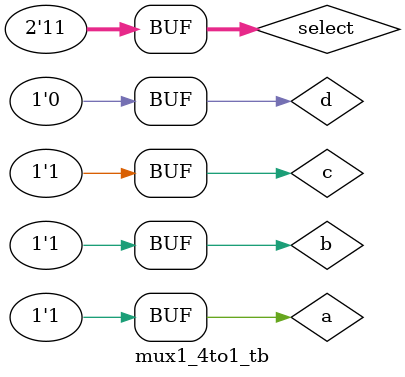
<source format=v>
module mux1_4to1_tb;
reg a,b,c,d;
reg [1:0] select;
wire o;
mux1_4to1 m1_4to1(a, b, c, d, select, o);


initial begin
$monitor("%d a=%b, b=%b, c=%b, d=%b, select=%b, o=%b", $time,a,b,c,d,select,o );

a=0;
b=0;
c=0;
d=0;
select=0;

#100 a=1'b1;b=1'b0;c=1'b0;d=1'b0;select=2'b00;
#100 a=1'b0;b=1'b1;c=1'b0;d=1'b0;select=2'b01;
#100 a=1'b0;b=1'b0;c=1'b1;d=1'b0;select=2'b10;
#100 a=1'b0;b=1'b0;c=1'b0;d=1'b1;select=2'b11;


#100 a=1'b0;b=1'b1;c=1'b1;d=1'b1;select=2'b00;
#100 a=1'b1;b=1'b0;c=1'b1;d=1'b1;select=2'b01;
#100 a=1'b1;b=1'b1;c=1'b0;d=1'b1;select=2'b10;
#100 a=1'b1;b=1'b1;c=1'b1;d=1'b0;select=2'b11;


end

endmodule

</source>
